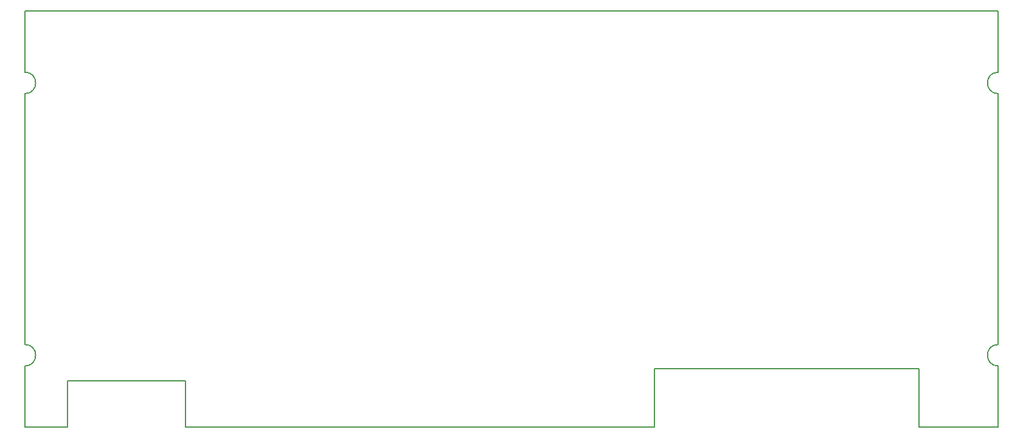
<source format=gbr>
G04 DipTrace 4.1.2.0*
G04 BorderPCB.gbr*
%MOIN*%
G04 #@! TF.FileFunction,Profile*
G04 #@! TF.Part,Single*
%ADD12C,0.005512*%
%FSLAX26Y26*%
G04*
G70*
G90*
G75*
G01*
G04 BoardOutline*
%LPD*%
X0Y0D2*
D12*
Y334646D1*
G03X0Y452756I0J59055D01*
G01*
Y1826772D1*
G03X0Y1944882I0J59055D01*
G01*
Y2279528D1*
X5334646D1*
Y1944882D1*
G03X5334646Y1826772I0J-59055D01*
G01*
Y452756D1*
G03X5334646Y334646I0J-59055D01*
G01*
Y0D1*
X4901575D1*
Y318898D1*
X3448819D1*
Y0D1*
X881890D1*
Y251969D1*
X232283D1*
Y0D1*
X0D1*
M02*

</source>
